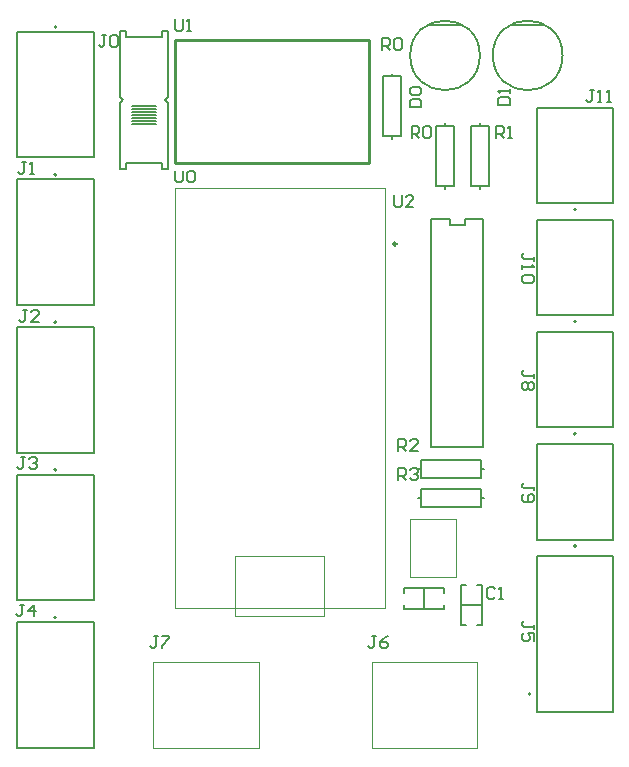
<source format=gto>
G04*
G04 #@! TF.GenerationSoftware,Altium Limited,Altium Designer,20.0.10 (225)*
G04*
G04 Layer_Color=65535*
%FSLAX44Y44*%
%MOMM*%
G71*
G01*
G75*
%ADD10C,0.1500*%
%ADD11C,0.2000*%
%ADD12C,0.1270*%
%ADD13C,0.2500*%
%ADD14C,0.1000*%
%ADD15C,0.2540*%
D10*
X392500Y587000D02*
G03*
X392500Y587000I-29500J0D01*
G01*
X462500D02*
G03*
X462500Y587000I-29500J0D01*
G01*
X390500Y139000D02*
X394500D01*
Y105000D02*
Y139000D01*
X390500Y105000D02*
X394500D01*
X376500D02*
X380500D01*
X376500D02*
Y139000D01*
X380500D01*
X376500Y122000D02*
X394500D01*
X362500Y118000D02*
Y122000D01*
X328500Y118000D02*
X362500D01*
X328500D02*
Y122000D01*
Y132000D02*
Y136000D01*
X362500D01*
Y132000D02*
Y136000D01*
X345500Y118000D02*
Y136000D01*
X134669Y489498D02*
Y481168D01*
X136335Y479502D01*
X139668D01*
X141334Y481168D01*
Y489498D01*
X144666Y487832D02*
X146332Y489498D01*
X149664D01*
X151331Y487832D01*
Y481168D01*
X149664Y479502D01*
X146332D01*
X144666Y481168D01*
Y487832D01*
X488835Y557398D02*
X485502D01*
X487169D01*
Y549068D01*
X485502Y547402D01*
X483836D01*
X482170Y549068D01*
X492167Y547402D02*
X495499D01*
X493833D01*
Y557398D01*
X492167Y555732D01*
X500498Y547402D02*
X503830D01*
X502164D01*
Y557398D01*
X500498Y555732D01*
X437998Y412831D02*
Y416164D01*
Y414498D01*
X429668D01*
X428002Y416164D01*
Y417830D01*
X429668Y419496D01*
X428002Y409499D02*
Y406167D01*
Y407833D01*
X437998D01*
X436332Y409499D01*
Y401169D02*
X437998Y399502D01*
Y396170D01*
X436332Y394504D01*
X429668D01*
X428002Y396170D01*
Y399502D01*
X429668Y401169D01*
X436332D01*
X437998Y218666D02*
Y221998D01*
Y220332D01*
X429668D01*
X428002Y221998D01*
Y223664D01*
X429668Y225331D01*
Y215334D02*
X428002Y213668D01*
Y210336D01*
X429668Y208669D01*
X436332D01*
X437998Y210336D01*
Y213668D01*
X436332Y215334D01*
X434666D01*
X433000Y213668D01*
Y208669D01*
X437998Y313666D02*
Y316998D01*
Y315332D01*
X429668D01*
X428002Y316998D01*
Y318664D01*
X429668Y320331D01*
X436332Y310334D02*
X437998Y308668D01*
Y305336D01*
X436332Y303669D01*
X434666D01*
X433000Y305336D01*
X431334Y303669D01*
X429668D01*
X428002Y305336D01*
Y308668D01*
X429668Y310334D01*
X431334D01*
X433000Y308668D01*
X434666Y310334D01*
X436332D01*
X433000Y308668D02*
Y305336D01*
X319616Y468637D02*
Y460306D01*
X321282Y458640D01*
X324614D01*
X326281Y460306D01*
Y468637D01*
X336277Y458640D02*
X329613D01*
X336277Y465305D01*
Y466971D01*
X334611Y468637D01*
X331279D01*
X329613Y466971D01*
X405500Y135332D02*
X403834Y136999D01*
X400502D01*
X398835Y135332D01*
Y128668D01*
X400502Y127002D01*
X403834D01*
X405500Y128668D01*
X408832Y127002D02*
X412165D01*
X410498D01*
Y136999D01*
X408832Y135332D01*
X119669Y95549D02*
X116336D01*
X118002D01*
Y87218D01*
X116336Y85552D01*
X114670D01*
X113004Y87218D01*
X123001Y95549D02*
X129665D01*
Y93883D01*
X123001Y87218D01*
Y85552D01*
X304622Y95549D02*
X301290D01*
X302956D01*
Y87218D01*
X301290Y85552D01*
X299624D01*
X297958Y87218D01*
X314619Y95549D02*
X311287Y93883D01*
X307955Y90550D01*
Y87218D01*
X309621Y85552D01*
X312953D01*
X314619Y87218D01*
Y88884D01*
X312953Y90550D01*
X307955D01*
X437998Y101166D02*
Y104498D01*
Y102832D01*
X429668D01*
X428002Y104498D01*
Y106165D01*
X429668Y107831D01*
X437998Y91169D02*
Y97834D01*
X433000D01*
X434666Y94502D01*
Y92836D01*
X433000Y91169D01*
X429668D01*
X428002Y92836D01*
Y96168D01*
X429668Y97834D01*
X6334Y121998D02*
X3002D01*
X4668D01*
Y113668D01*
X3002Y112002D01*
X1335D01*
X-331Y113668D01*
X14664Y112002D02*
Y121998D01*
X9666Y117000D01*
X16330D01*
X7334Y246998D02*
X4002D01*
X5668D01*
Y238668D01*
X4002Y237002D01*
X2335D01*
X669Y238668D01*
X10666Y245332D02*
X12332Y246998D01*
X15664D01*
X17330Y245332D01*
Y243666D01*
X15664Y242000D01*
X13998D01*
X15664D01*
X17330Y240334D01*
Y238668D01*
X15664Y237002D01*
X12332D01*
X10666Y238668D01*
X8834Y371598D02*
X5501D01*
X7168D01*
Y363268D01*
X5501Y361602D01*
X3835D01*
X2169Y363268D01*
X18830Y361602D02*
X12166D01*
X18830Y368266D01*
Y369932D01*
X17164Y371598D01*
X13832D01*
X12166Y369932D01*
X8000Y496998D02*
X4668D01*
X6334D01*
Y488668D01*
X4668Y487002D01*
X3002D01*
X1336Y488668D01*
X11332Y487002D02*
X14664D01*
X12998D01*
Y496998D01*
X11332Y495332D01*
X76334Y604498D02*
X73002D01*
X74668D01*
Y596168D01*
X73002Y594502D01*
X71336D01*
X69669Y596168D01*
X79666Y602832D02*
X81332Y604498D01*
X84664D01*
X86331Y602832D01*
Y596168D01*
X84664Y594502D01*
X81332D01*
X79666Y596168D01*
Y602832D01*
X323436Y227270D02*
Y237267D01*
X328434D01*
X330101Y235601D01*
Y232268D01*
X328434Y230602D01*
X323436D01*
X326768D02*
X330101Y227270D01*
X333433Y235601D02*
X335099Y237267D01*
X338431D01*
X340097Y235601D01*
Y233935D01*
X338431Y232268D01*
X336765D01*
X338431D01*
X340097Y230602D01*
Y228936D01*
X338431Y227270D01*
X335099D01*
X333433Y228936D01*
X323436Y252242D02*
Y262239D01*
X328434D01*
X330101Y260573D01*
Y257241D01*
X328434Y255574D01*
X323436D01*
X326768D02*
X330101Y252242D01*
X340097D02*
X333433D01*
X340097Y258907D01*
Y260573D01*
X338431Y262239D01*
X335099D01*
X333433Y260573D01*
X406335Y517002D02*
Y526998D01*
X411334D01*
X413000Y525332D01*
Y522000D01*
X411334Y520334D01*
X406335D01*
X409668D02*
X413000Y517002D01*
X416332D02*
X419664D01*
X417998D01*
Y526998D01*
X416332Y525332D01*
X309669Y592002D02*
Y601998D01*
X314668D01*
X316334Y600332D01*
Y597000D01*
X314668Y595334D01*
X309669D01*
X313002D02*
X316334Y592002D01*
X319666Y600332D02*
X321332Y601998D01*
X324664D01*
X326331Y600332D01*
Y593668D01*
X324664Y592002D01*
X321332D01*
X319666Y593668D01*
Y600332D01*
X334669Y517002D02*
Y526998D01*
X339668D01*
X341334Y525332D01*
Y522000D01*
X339668Y520334D01*
X334669D01*
X338002D02*
X341334Y517002D01*
X344666Y525332D02*
X346332Y526998D01*
X349664D01*
X351331Y525332D01*
Y518668D01*
X349664Y517002D01*
X346332D01*
X344666Y518668D01*
Y525332D01*
X408002Y545336D02*
X417998D01*
Y550334D01*
X416332Y552000D01*
X409668D01*
X408002Y550334D01*
Y545336D01*
X417998Y555332D02*
Y558665D01*
Y556998D01*
X408002D01*
X409668Y555332D01*
X333002Y543669D02*
X342998D01*
Y548668D01*
X341332Y550334D01*
X334668D01*
X333002Y548668D01*
Y543669D01*
X334668Y553666D02*
X333002Y555332D01*
Y558665D01*
X334668Y560331D01*
X341332D01*
X342998Y558665D01*
Y555332D01*
X341332Y553666D01*
X334668D01*
X134206Y617773D02*
Y609442D01*
X135872Y607776D01*
X139204D01*
X140871Y609442D01*
Y617773D01*
X144203Y607776D02*
X147535D01*
X145869D01*
Y617773D01*
X144203Y616107D01*
D11*
X474000Y456680D02*
G03*
X474000Y456680I-1000J0D01*
G01*
Y361680D02*
G03*
X474000Y361680I-1000J0D01*
G01*
Y171680D02*
G03*
X474000Y171680I-1000J0D01*
G01*
Y266680D02*
G03*
X474000Y266680I-1000J0D01*
G01*
X435500Y46200D02*
G03*
X435500Y46200I-1000J0D01*
G01*
X393000Y527400D02*
Y529686D01*
Y474314D02*
Y476600D01*
Y527400D02*
X400620D01*
Y476600D02*
Y527400D01*
X385380Y476600D02*
X400620D01*
X385380D02*
Y527400D01*
X393000D01*
X363000D02*
Y529686D01*
Y474314D02*
Y476600D01*
Y527400D02*
X370620D01*
Y476600D02*
Y527400D01*
X355380Y476600D02*
X370620D01*
X355380D02*
Y527400D01*
X363000D01*
X348500Y612500D02*
X377500D01*
X418500D02*
X447500D01*
X318000Y569300D02*
Y571586D01*
Y516214D02*
Y518500D01*
Y569300D02*
X325620D01*
Y518500D02*
Y569300D01*
X310380Y518500D02*
X325620D01*
X310380D02*
Y569300D01*
X318000D01*
X351550Y448125D02*
X367086D01*
Y443125D02*
Y448125D01*
Y443125D02*
X379514D01*
Y448125D01*
X395050D01*
Y255075D02*
Y448125D01*
X351550Y255075D02*
X395050D01*
X351550D02*
Y448125D01*
X393400Y237000D02*
Y244620D01*
X342600D02*
X393400D01*
X342600Y229380D02*
Y244620D01*
Y229380D02*
X393400D01*
Y237000D01*
X340314D02*
X342600D01*
X393400D02*
X395686D01*
X342600Y204380D02*
Y212001D01*
Y204380D02*
X393400D01*
Y219620D01*
X342600D02*
X393400D01*
X342600Y212001D02*
Y219620D01*
X393400Y212001D02*
X395686D01*
X340314D02*
X342600D01*
D12*
X34000Y611050D02*
G03*
X34000Y611050I-1000J0D01*
G01*
X34000Y486050D02*
G03*
X34000Y486050I-1000J0D01*
G01*
X34000Y361050D02*
G03*
X34000Y361050I-1000J0D01*
G01*
Y236050D02*
G03*
X34000Y236050I-1000J0D01*
G01*
Y111050D02*
G03*
X34000Y111050I-1000J0D01*
G01*
X87680Y491080D02*
Y546960D01*
X90220Y549500D01*
X87680Y552040D02*
X90220Y549500D01*
X87680Y552040D02*
Y607920D01*
X92760D01*
Y602840D02*
Y607920D01*
Y602840D02*
X123240D01*
Y607920D01*
X128320D01*
Y552040D02*
Y607920D01*
X125780Y549500D02*
X128320Y552040D01*
X125780Y549500D02*
X128320Y546960D01*
Y491080D02*
Y546960D01*
X123240Y491080D02*
X128320D01*
X123240D02*
Y496160D01*
X92760D02*
X123240D01*
X92760Y491080D02*
Y496160D01*
X87680Y491080D02*
X92760D01*
X97840Y529180D02*
X118160D01*
X97840Y531720D02*
X118160D01*
X97840Y534260D02*
X118160D01*
X97840Y536800D02*
X118160D01*
X97840Y539340D02*
X118160D01*
X97840Y541880D02*
X118160D01*
X97840Y544420D02*
X118160D01*
X440500Y462000D02*
X505500D01*
Y542800D01*
X440500D02*
X505500D01*
X440500Y462000D02*
Y542800D01*
Y367000D02*
X505500D01*
Y447800D01*
X440500D02*
X505500D01*
X440500Y367000D02*
Y447800D01*
Y177000D02*
X505500D01*
Y257800D01*
X440500D02*
X505500D01*
X440500Y177000D02*
Y257800D01*
Y272000D02*
X505500D01*
Y352800D01*
X440500D02*
X505500D01*
X440500Y272000D02*
Y352800D01*
X500Y607000D02*
X65500D01*
X500Y500800D02*
Y607000D01*
Y500800D02*
X65500D01*
Y607000D01*
X500Y482000D02*
X65500D01*
X500Y375800D02*
Y482000D01*
Y375800D02*
X65500D01*
Y482000D01*
X65500Y250800D02*
Y357000D01*
X500Y250800D02*
X65500D01*
X500D02*
Y357000D01*
X65500D01*
X65500Y125800D02*
Y232000D01*
X500Y125800D02*
X65500D01*
X500D02*
Y232000D01*
X65500D01*
X65500Y800D02*
Y107000D01*
X500Y800D02*
X65500D01*
X500D02*
Y107000D01*
X65500D01*
X505500Y31201D02*
Y162801D01*
X440500D02*
X505500D01*
X440500Y31201D02*
Y162801D01*
Y31201D02*
X505500D01*
D13*
X321850Y427300D02*
G03*
X321850Y427300I-1250J0D01*
G01*
D14*
X134100Y119200D02*
X311900D01*
X134100D02*
Y474800D01*
X311900Y119000D02*
Y474800D01*
X134100D02*
X311900D01*
X260500Y112200D02*
Y162800D01*
X185500Y112200D02*
Y162800D01*
X260500D01*
X185500Y112200D02*
X260500D01*
X333500Y145500D02*
X372500D01*
X333500Y194500D02*
X372500D01*
X333500Y145500D02*
Y194500D01*
X372500Y145500D02*
Y194500D01*
X300800Y73495D02*
X390200D01*
Y495D02*
Y73495D01*
X300800Y495D02*
X390200D01*
X300800D02*
Y73495D01*
X115800D02*
X205200D01*
Y495D02*
Y73495D01*
X115800Y495D02*
X205200D01*
X115800D02*
Y73495D01*
D15*
X299000Y496000D02*
Y600000D01*
X134000Y496000D02*
X299000D01*
X134000D02*
Y600000D01*
X299000D01*
M02*

</source>
